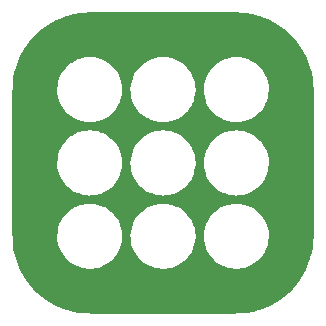
<source format=gbr>
%TF.GenerationSoftware,KiCad,Pcbnew,(6.0.10)*%
%TF.CreationDate,2023-01-10T11:00:29+01:00*%
%TF.ProjectId,Dice,44696365-2e6b-4696-9361-645f70636258,rev?*%
%TF.SameCoordinates,Original*%
%TF.FileFunction,Copper,L1,Top*%
%TF.FilePolarity,Positive*%
%FSLAX46Y46*%
G04 Gerber Fmt 4.6, Leading zero omitted, Abs format (unit mm)*
G04 Created by KiCad (PCBNEW (6.0.10)) date 2023-01-10 11:00:29*
%MOMM*%
%LPD*%
G01*
G04 APERTURE LIST*
%TA.AperFunction,ViaPad*%
%ADD10C,0.800000*%
%TD*%
G04 APERTURE END LIST*
D10*
%TO.N,/TP*%
X149300000Y-91000000D03*
X149300000Y-97200000D03*
%TD*%
%TA.AperFunction,Conductor*%
%TO.N,/TP*%
G36*
X163983530Y-81356210D02*
G01*
X164000000Y-81359486D01*
X164008596Y-81357776D01*
X164008598Y-81357776D01*
X164010850Y-81357328D01*
X164031541Y-81355680D01*
X164485826Y-81372679D01*
X164492463Y-81373177D01*
X164726171Y-81399509D01*
X164972255Y-81427236D01*
X164978822Y-81428226D01*
X165216034Y-81473109D01*
X165453238Y-81517990D01*
X165459727Y-81519471D01*
X165606852Y-81558893D01*
X165926109Y-81644438D01*
X165932439Y-81646389D01*
X166230792Y-81750788D01*
X166388204Y-81805869D01*
X166394399Y-81808301D01*
X166836933Y-82001376D01*
X166842930Y-82004264D01*
X167269807Y-82229876D01*
X167275560Y-82233197D01*
X167684417Y-82490098D01*
X167689881Y-82493824D01*
X167786544Y-82565165D01*
X168078364Y-82780538D01*
X168083568Y-82784687D01*
X168449546Y-83099636D01*
X168454425Y-83104163D01*
X168795837Y-83445575D01*
X168800364Y-83450454D01*
X169115313Y-83816432D01*
X169119460Y-83821633D01*
X169312814Y-84083618D01*
X169406170Y-84210111D01*
X169409902Y-84215583D01*
X169666803Y-84624440D01*
X169670124Y-84630193D01*
X169895736Y-85057070D01*
X169898624Y-85063067D01*
X170091699Y-85505601D01*
X170094131Y-85511796D01*
X170253611Y-85967561D01*
X170255562Y-85973891D01*
X170277201Y-86054647D01*
X170380529Y-86440273D01*
X170382010Y-86446762D01*
X170467162Y-86896799D01*
X170471773Y-86921171D01*
X170472765Y-86927752D01*
X170526823Y-87407537D01*
X170527321Y-87414174D01*
X170544320Y-87868459D01*
X170542672Y-87889150D01*
X170540514Y-87900000D01*
X170542224Y-87908597D01*
X170543790Y-87916470D01*
X170545500Y-87933833D01*
X170545500Y-100266167D01*
X170543790Y-100283530D01*
X170540514Y-100300000D01*
X170542224Y-100308596D01*
X170542224Y-100308598D01*
X170542672Y-100310850D01*
X170544320Y-100331541D01*
X170527321Y-100785826D01*
X170526823Y-100792463D01*
X170472765Y-101272248D01*
X170471773Y-101278829D01*
X170382010Y-101753238D01*
X170380529Y-101759727D01*
X170359931Y-101836602D01*
X170255562Y-102226109D01*
X170253611Y-102232439D01*
X170197399Y-102393082D01*
X170094131Y-102688204D01*
X170091699Y-102694399D01*
X169898624Y-103136933D01*
X169895736Y-103142930D01*
X169670124Y-103569807D01*
X169666803Y-103575560D01*
X169409902Y-103984417D01*
X169406176Y-103989881D01*
X169119462Y-104378364D01*
X169115313Y-104383568D01*
X168800364Y-104749546D01*
X168795837Y-104754425D01*
X168454425Y-105095837D01*
X168449546Y-105100364D01*
X168083568Y-105415313D01*
X168078367Y-105419460D01*
X167689881Y-105706176D01*
X167684417Y-105709902D01*
X167275560Y-105966803D01*
X167269807Y-105970124D01*
X166842930Y-106195736D01*
X166836933Y-106198624D01*
X166394399Y-106391699D01*
X166388204Y-106394131D01*
X166230792Y-106449212D01*
X165932439Y-106553611D01*
X165926109Y-106555562D01*
X165606852Y-106641107D01*
X165459727Y-106680529D01*
X165453238Y-106682010D01*
X165246695Y-106721090D01*
X164978822Y-106771774D01*
X164972255Y-106772764D01*
X164726171Y-106800491D01*
X164492463Y-106826823D01*
X164485826Y-106827321D01*
X164031541Y-106844320D01*
X164010850Y-106842672D01*
X164008598Y-106842224D01*
X164008596Y-106842224D01*
X164000000Y-106840514D01*
X163991403Y-106842224D01*
X163983530Y-106843790D01*
X163966167Y-106845500D01*
X151633833Y-106845500D01*
X151616470Y-106843790D01*
X151608597Y-106842224D01*
X151600000Y-106840514D01*
X151591404Y-106842224D01*
X151591402Y-106842224D01*
X151589150Y-106842672D01*
X151568459Y-106844320D01*
X151114174Y-106827321D01*
X151107537Y-106826823D01*
X150873829Y-106800491D01*
X150627745Y-106772764D01*
X150621178Y-106771774D01*
X150353305Y-106721090D01*
X150146762Y-106682010D01*
X150140273Y-106680529D01*
X149993148Y-106641107D01*
X149673891Y-106555562D01*
X149667561Y-106553611D01*
X149369208Y-106449212D01*
X149211796Y-106394131D01*
X149205601Y-106391699D01*
X148763067Y-106198624D01*
X148757070Y-106195736D01*
X148330193Y-105970124D01*
X148324440Y-105966803D01*
X147915583Y-105709902D01*
X147910119Y-105706176D01*
X147521633Y-105419460D01*
X147516432Y-105415313D01*
X147150454Y-105100364D01*
X147145575Y-105095837D01*
X146804163Y-104754425D01*
X146799636Y-104749546D01*
X146484687Y-104383568D01*
X146480538Y-104378364D01*
X146193824Y-103989881D01*
X146190098Y-103984417D01*
X145933197Y-103575560D01*
X145929876Y-103569807D01*
X145704264Y-103142930D01*
X145701376Y-103136933D01*
X145508301Y-102694399D01*
X145505869Y-102688204D01*
X145402601Y-102393082D01*
X145346389Y-102232439D01*
X145344438Y-102226109D01*
X145240069Y-101836602D01*
X145219471Y-101759727D01*
X145217990Y-101753238D01*
X145128227Y-101278829D01*
X145127235Y-101272248D01*
X145073177Y-100792463D01*
X145072679Y-100785826D01*
X145055680Y-100331541D01*
X145057328Y-100310850D01*
X145057776Y-100308598D01*
X145057776Y-100308596D01*
X145059486Y-100300000D01*
X145056210Y-100283530D01*
X145054991Y-100271150D01*
X148845125Y-100271150D01*
X148845258Y-100273822D01*
X148845258Y-100273823D01*
X148848243Y-100333786D01*
X148861612Y-100602321D01*
X148917765Y-100929113D01*
X149012771Y-101246791D01*
X149013845Y-101249255D01*
X149013846Y-101249258D01*
X149047988Y-101327591D01*
X149145254Y-101550756D01*
X149313295Y-101836602D01*
X149514459Y-102100191D01*
X149745833Y-102337703D01*
X149747916Y-102339381D01*
X149747924Y-102339388D01*
X150001969Y-102544010D01*
X150004065Y-102545698D01*
X150006346Y-102547120D01*
X150006348Y-102547122D01*
X150232565Y-102688204D01*
X150285415Y-102721164D01*
X150287842Y-102722298D01*
X150287847Y-102722301D01*
X150559443Y-102849236D01*
X150585807Y-102861558D01*
X150900890Y-102964848D01*
X150903509Y-102965369D01*
X150903513Y-102965370D01*
X151000889Y-102984739D01*
X151226100Y-103029536D01*
X151228756Y-103029738D01*
X151228763Y-103029739D01*
X151449903Y-103046560D01*
X151556726Y-103054686D01*
X151559399Y-103054567D01*
X151559400Y-103054567D01*
X151722353Y-103047310D01*
X151887979Y-103039934D01*
X151953585Y-103029014D01*
X152212419Y-102985932D01*
X152212426Y-102985930D01*
X152215060Y-102985492D01*
X152327832Y-102952408D01*
X152530653Y-102892908D01*
X152530659Y-102892906D01*
X152533232Y-102892151D01*
X152535702Y-102891090D01*
X152535707Y-102891088D01*
X152835424Y-102762319D01*
X152835427Y-102762317D01*
X152837886Y-102761261D01*
X153124608Y-102594720D01*
X153389246Y-102394938D01*
X153627967Y-102164811D01*
X153679014Y-102102110D01*
X153835617Y-101909752D01*
X153835618Y-101909750D01*
X153837311Y-101907671D01*
X153883610Y-101834292D01*
X154012820Y-101629508D01*
X154012823Y-101629502D01*
X154014248Y-101627244D01*
X154156213Y-101327591D01*
X154163884Y-101304600D01*
X154260300Y-101015604D01*
X154260300Y-101015603D01*
X154261151Y-101013053D01*
X154327541Y-100688187D01*
X154354422Y-100357697D01*
X154355026Y-100300000D01*
X154353287Y-100271150D01*
X155045125Y-100271150D01*
X155045258Y-100273822D01*
X155045258Y-100273823D01*
X155048243Y-100333786D01*
X155061612Y-100602321D01*
X155117765Y-100929113D01*
X155212771Y-101246791D01*
X155213845Y-101249255D01*
X155213846Y-101249258D01*
X155247988Y-101327591D01*
X155345254Y-101550756D01*
X155513295Y-101836602D01*
X155714459Y-102100191D01*
X155945833Y-102337703D01*
X155947916Y-102339381D01*
X155947924Y-102339388D01*
X156201969Y-102544010D01*
X156204065Y-102545698D01*
X156206346Y-102547120D01*
X156206348Y-102547122D01*
X156432565Y-102688204D01*
X156485415Y-102721164D01*
X156487842Y-102722298D01*
X156487847Y-102722301D01*
X156759443Y-102849236D01*
X156785807Y-102861558D01*
X157100890Y-102964848D01*
X157103509Y-102965369D01*
X157103513Y-102965370D01*
X157200889Y-102984739D01*
X157426100Y-103029536D01*
X157428756Y-103029738D01*
X157428763Y-103029739D01*
X157649903Y-103046560D01*
X157756726Y-103054686D01*
X157759399Y-103054567D01*
X157759400Y-103054567D01*
X157922353Y-103047310D01*
X158087979Y-103039934D01*
X158153585Y-103029014D01*
X158412419Y-102985932D01*
X158412426Y-102985930D01*
X158415060Y-102985492D01*
X158527832Y-102952408D01*
X158730653Y-102892908D01*
X158730659Y-102892906D01*
X158733232Y-102892151D01*
X158735702Y-102891090D01*
X158735707Y-102891088D01*
X159035424Y-102762319D01*
X159035427Y-102762317D01*
X159037886Y-102761261D01*
X159324608Y-102594720D01*
X159589246Y-102394938D01*
X159827967Y-102164811D01*
X159879014Y-102102110D01*
X160035617Y-101909752D01*
X160035618Y-101909750D01*
X160037311Y-101907671D01*
X160083610Y-101834292D01*
X160212820Y-101629508D01*
X160212823Y-101629502D01*
X160214248Y-101627244D01*
X160356213Y-101327591D01*
X160363884Y-101304600D01*
X160460300Y-101015604D01*
X160460300Y-101015603D01*
X160461151Y-101013053D01*
X160527541Y-100688187D01*
X160554422Y-100357697D01*
X160555026Y-100300000D01*
X160553287Y-100271150D01*
X161245125Y-100271150D01*
X161245258Y-100273822D01*
X161245258Y-100273823D01*
X161248243Y-100333786D01*
X161261612Y-100602321D01*
X161317765Y-100929113D01*
X161412771Y-101246791D01*
X161413845Y-101249255D01*
X161413846Y-101249258D01*
X161447988Y-101327591D01*
X161545254Y-101550756D01*
X161713295Y-101836602D01*
X161914459Y-102100191D01*
X162145833Y-102337703D01*
X162147916Y-102339381D01*
X162147924Y-102339388D01*
X162401969Y-102544010D01*
X162404065Y-102545698D01*
X162406346Y-102547120D01*
X162406348Y-102547122D01*
X162632565Y-102688204D01*
X162685415Y-102721164D01*
X162687842Y-102722298D01*
X162687847Y-102722301D01*
X162959443Y-102849236D01*
X162985807Y-102861558D01*
X163300890Y-102964848D01*
X163303509Y-102965369D01*
X163303513Y-102965370D01*
X163400889Y-102984739D01*
X163626100Y-103029536D01*
X163628756Y-103029738D01*
X163628763Y-103029739D01*
X163849903Y-103046560D01*
X163956726Y-103054686D01*
X163959399Y-103054567D01*
X163959400Y-103054567D01*
X164122353Y-103047310D01*
X164287979Y-103039934D01*
X164353585Y-103029014D01*
X164612419Y-102985932D01*
X164612426Y-102985930D01*
X164615060Y-102985492D01*
X164727832Y-102952408D01*
X164930653Y-102892908D01*
X164930659Y-102892906D01*
X164933232Y-102892151D01*
X164935702Y-102891090D01*
X164935707Y-102891088D01*
X165235424Y-102762319D01*
X165235427Y-102762317D01*
X165237886Y-102761261D01*
X165524608Y-102594720D01*
X165789246Y-102394938D01*
X166027967Y-102164811D01*
X166079014Y-102102110D01*
X166235617Y-101909752D01*
X166235618Y-101909750D01*
X166237311Y-101907671D01*
X166283610Y-101834292D01*
X166412820Y-101629508D01*
X166412823Y-101629502D01*
X166414248Y-101627244D01*
X166556213Y-101327591D01*
X166563884Y-101304600D01*
X166660300Y-101015604D01*
X166660300Y-101015603D01*
X166661151Y-101013053D01*
X166727541Y-100688187D01*
X166754422Y-100357697D01*
X166755026Y-100300000D01*
X166735072Y-99969020D01*
X166675500Y-99642834D01*
X166577173Y-99326168D01*
X166441514Y-99023607D01*
X166440131Y-99021311D01*
X166440128Y-99021304D01*
X166271865Y-98741821D01*
X166271862Y-98741817D01*
X166270489Y-98739536D01*
X166066575Y-98478069D01*
X166043276Y-98454647D01*
X165834628Y-98244903D01*
X165832727Y-98242992D01*
X165572331Y-98037713D01*
X165289159Y-97865203D01*
X165286730Y-97864099D01*
X165286727Y-97864097D01*
X165138236Y-97796582D01*
X164987313Y-97727962D01*
X164671166Y-97627977D01*
X164345296Y-97566698D01*
X164014425Y-97545012D01*
X164011753Y-97545159D01*
X164011748Y-97545159D01*
X163686011Y-97563085D01*
X163686006Y-97563086D01*
X163683345Y-97563232D01*
X163680712Y-97563699D01*
X163680709Y-97563699D01*
X163359491Y-97620628D01*
X163359486Y-97620629D01*
X163356852Y-97621096D01*
X163187878Y-97672595D01*
X163042243Y-97716981D01*
X163042238Y-97716983D01*
X163039675Y-97717764D01*
X162736409Y-97851836D01*
X162451446Y-98021372D01*
X162449339Y-98022998D01*
X162449331Y-98023003D01*
X162191037Y-98222275D01*
X162188914Y-98223913D01*
X161952617Y-98456528D01*
X161745976Y-98715846D01*
X161571986Y-98998110D01*
X161433166Y-99299233D01*
X161432347Y-99301776D01*
X161432344Y-99301784D01*
X161332350Y-99612299D01*
X161331528Y-99614853D01*
X161268544Y-99940397D01*
X161245125Y-100271150D01*
X160553287Y-100271150D01*
X160535072Y-99969020D01*
X160475500Y-99642834D01*
X160377173Y-99326168D01*
X160241514Y-99023607D01*
X160240131Y-99021311D01*
X160240128Y-99021304D01*
X160071865Y-98741821D01*
X160071862Y-98741817D01*
X160070489Y-98739536D01*
X159866575Y-98478069D01*
X159843276Y-98454647D01*
X159634628Y-98244903D01*
X159632727Y-98242992D01*
X159372331Y-98037713D01*
X159089159Y-97865203D01*
X159086730Y-97864099D01*
X159086727Y-97864097D01*
X158938236Y-97796582D01*
X158787313Y-97727962D01*
X158471166Y-97627977D01*
X158145296Y-97566698D01*
X157814425Y-97545012D01*
X157811753Y-97545159D01*
X157811748Y-97545159D01*
X157486011Y-97563085D01*
X157486006Y-97563086D01*
X157483345Y-97563232D01*
X157480712Y-97563699D01*
X157480709Y-97563699D01*
X157159491Y-97620628D01*
X157159486Y-97620629D01*
X157156852Y-97621096D01*
X156987878Y-97672595D01*
X156842243Y-97716981D01*
X156842238Y-97716983D01*
X156839675Y-97717764D01*
X156536409Y-97851836D01*
X156251446Y-98021372D01*
X156249339Y-98022998D01*
X156249331Y-98023003D01*
X155991037Y-98222275D01*
X155988914Y-98223913D01*
X155752617Y-98456528D01*
X155545976Y-98715846D01*
X155371986Y-98998110D01*
X155233166Y-99299233D01*
X155232347Y-99301776D01*
X155232344Y-99301784D01*
X155132350Y-99612299D01*
X155131528Y-99614853D01*
X155068544Y-99940397D01*
X155045125Y-100271150D01*
X154353287Y-100271150D01*
X154335072Y-99969020D01*
X154275500Y-99642834D01*
X154177173Y-99326168D01*
X154041514Y-99023607D01*
X154040131Y-99021311D01*
X154040128Y-99021304D01*
X153871865Y-98741821D01*
X153871862Y-98741817D01*
X153870489Y-98739536D01*
X153666575Y-98478069D01*
X153643276Y-98454647D01*
X153434628Y-98244903D01*
X153432727Y-98242992D01*
X153172331Y-98037713D01*
X152889159Y-97865203D01*
X152886730Y-97864099D01*
X152886727Y-97864097D01*
X152738236Y-97796582D01*
X152587313Y-97727962D01*
X152271166Y-97627977D01*
X151945296Y-97566698D01*
X151614425Y-97545012D01*
X151611753Y-97545159D01*
X151611748Y-97545159D01*
X151286011Y-97563085D01*
X151286006Y-97563086D01*
X151283345Y-97563232D01*
X151280712Y-97563699D01*
X151280709Y-97563699D01*
X150959491Y-97620628D01*
X150959486Y-97620629D01*
X150956852Y-97621096D01*
X150787878Y-97672595D01*
X150642243Y-97716981D01*
X150642238Y-97716983D01*
X150639675Y-97717764D01*
X150336409Y-97851836D01*
X150051446Y-98021372D01*
X150049339Y-98022998D01*
X150049331Y-98023003D01*
X149791037Y-98222275D01*
X149788914Y-98223913D01*
X149552617Y-98456528D01*
X149345976Y-98715846D01*
X149171986Y-98998110D01*
X149033166Y-99299233D01*
X149032347Y-99301776D01*
X149032344Y-99301784D01*
X148932350Y-99612299D01*
X148931528Y-99614853D01*
X148868544Y-99940397D01*
X148845125Y-100271150D01*
X145054991Y-100271150D01*
X145054500Y-100266167D01*
X145054500Y-94071150D01*
X148845125Y-94071150D01*
X148861612Y-94402321D01*
X148917765Y-94729113D01*
X149012771Y-95046791D01*
X149013845Y-95049255D01*
X149013846Y-95049258D01*
X149047988Y-95127591D01*
X149145254Y-95350756D01*
X149313295Y-95636602D01*
X149514459Y-95900191D01*
X149745833Y-96137703D01*
X149747916Y-96139381D01*
X149747924Y-96139388D01*
X150001969Y-96344010D01*
X150004065Y-96345698D01*
X150006346Y-96347120D01*
X150006348Y-96347122D01*
X150283133Y-96519741D01*
X150285415Y-96521164D01*
X150287842Y-96522298D01*
X150287847Y-96522301D01*
X150559443Y-96649236D01*
X150585807Y-96661558D01*
X150900890Y-96764848D01*
X150903509Y-96765369D01*
X150903513Y-96765370D01*
X151000889Y-96784739D01*
X151226100Y-96829536D01*
X151228756Y-96829738D01*
X151228763Y-96829739D01*
X151449903Y-96846560D01*
X151556726Y-96854686D01*
X151559399Y-96854567D01*
X151559400Y-96854567D01*
X151722352Y-96847310D01*
X151887979Y-96839934D01*
X151953585Y-96829014D01*
X152212419Y-96785932D01*
X152212426Y-96785930D01*
X152215060Y-96785492D01*
X152327832Y-96752408D01*
X152530653Y-96692908D01*
X152530659Y-96692906D01*
X152533232Y-96692151D01*
X152535702Y-96691090D01*
X152535707Y-96691088D01*
X152835424Y-96562319D01*
X152835427Y-96562317D01*
X152837886Y-96561261D01*
X153124608Y-96394720D01*
X153389246Y-96194938D01*
X153627967Y-95964811D01*
X153679014Y-95902110D01*
X153835617Y-95709752D01*
X153835618Y-95709750D01*
X153837311Y-95707671D01*
X154014248Y-95427244D01*
X154156213Y-95127591D01*
X154184031Y-95044212D01*
X154260300Y-94815604D01*
X154260300Y-94815603D01*
X154261151Y-94813053D01*
X154327541Y-94488187D01*
X154354422Y-94157697D01*
X154355026Y-94100000D01*
X154353287Y-94071150D01*
X155045125Y-94071150D01*
X155061612Y-94402321D01*
X155117765Y-94729113D01*
X155212771Y-95046791D01*
X155213845Y-95049255D01*
X155213846Y-95049258D01*
X155247988Y-95127591D01*
X155345254Y-95350756D01*
X155513295Y-95636602D01*
X155714459Y-95900191D01*
X155945833Y-96137703D01*
X155947916Y-96139381D01*
X155947924Y-96139388D01*
X156201969Y-96344010D01*
X156204065Y-96345698D01*
X156206346Y-96347120D01*
X156206348Y-96347122D01*
X156483133Y-96519741D01*
X156485415Y-96521164D01*
X156487842Y-96522298D01*
X156487847Y-96522301D01*
X156759443Y-96649236D01*
X156785807Y-96661558D01*
X157100890Y-96764848D01*
X157103509Y-96765369D01*
X157103513Y-96765370D01*
X157200889Y-96784739D01*
X157426100Y-96829536D01*
X157428756Y-96829738D01*
X157428763Y-96829739D01*
X157649903Y-96846560D01*
X157756726Y-96854686D01*
X157759399Y-96854567D01*
X157759400Y-96854567D01*
X157922352Y-96847310D01*
X158087979Y-96839934D01*
X158153585Y-96829014D01*
X158412419Y-96785932D01*
X158412426Y-96785930D01*
X158415060Y-96785492D01*
X158527832Y-96752408D01*
X158730653Y-96692908D01*
X158730659Y-96692906D01*
X158733232Y-96692151D01*
X158735702Y-96691090D01*
X158735707Y-96691088D01*
X159035424Y-96562319D01*
X159035427Y-96562317D01*
X159037886Y-96561261D01*
X159324608Y-96394720D01*
X159589246Y-96194938D01*
X159827967Y-95964811D01*
X159879014Y-95902110D01*
X160035617Y-95709752D01*
X160035618Y-95709750D01*
X160037311Y-95707671D01*
X160214248Y-95427244D01*
X160356213Y-95127591D01*
X160384031Y-95044212D01*
X160460300Y-94815604D01*
X160460300Y-94815603D01*
X160461151Y-94813053D01*
X160527541Y-94488187D01*
X160554422Y-94157697D01*
X160555026Y-94100000D01*
X160553287Y-94071150D01*
X161245125Y-94071150D01*
X161261612Y-94402321D01*
X161317765Y-94729113D01*
X161412771Y-95046791D01*
X161413845Y-95049255D01*
X161413846Y-95049258D01*
X161447988Y-95127591D01*
X161545254Y-95350756D01*
X161713295Y-95636602D01*
X161914459Y-95900191D01*
X162145833Y-96137703D01*
X162147916Y-96139381D01*
X162147924Y-96139388D01*
X162401969Y-96344010D01*
X162404065Y-96345698D01*
X162406346Y-96347120D01*
X162406348Y-96347122D01*
X162683133Y-96519741D01*
X162685415Y-96521164D01*
X162687842Y-96522298D01*
X162687847Y-96522301D01*
X162959443Y-96649236D01*
X162985807Y-96661558D01*
X163300890Y-96764848D01*
X163303509Y-96765369D01*
X163303513Y-96765370D01*
X163400889Y-96784739D01*
X163626100Y-96829536D01*
X163628756Y-96829738D01*
X163628763Y-96829739D01*
X163849903Y-96846560D01*
X163956726Y-96854686D01*
X163959399Y-96854567D01*
X163959400Y-96854567D01*
X164122352Y-96847310D01*
X164287979Y-96839934D01*
X164353585Y-96829014D01*
X164612419Y-96785932D01*
X164612426Y-96785930D01*
X164615060Y-96785492D01*
X164727832Y-96752408D01*
X164930653Y-96692908D01*
X164930659Y-96692906D01*
X164933232Y-96692151D01*
X164935702Y-96691090D01*
X164935707Y-96691088D01*
X165235424Y-96562319D01*
X165235427Y-96562317D01*
X165237886Y-96561261D01*
X165524608Y-96394720D01*
X165789246Y-96194938D01*
X166027967Y-95964811D01*
X166079014Y-95902110D01*
X166235617Y-95709752D01*
X166235618Y-95709750D01*
X166237311Y-95707671D01*
X166414248Y-95427244D01*
X166556213Y-95127591D01*
X166584031Y-95044212D01*
X166660300Y-94815604D01*
X166660300Y-94815603D01*
X166661151Y-94813053D01*
X166727541Y-94488187D01*
X166754422Y-94157697D01*
X166755026Y-94100000D01*
X166735072Y-93769020D01*
X166675500Y-93442834D01*
X166577173Y-93126168D01*
X166441514Y-92823607D01*
X166440131Y-92821311D01*
X166440128Y-92821304D01*
X166271865Y-92541821D01*
X166271862Y-92541817D01*
X166270489Y-92539536D01*
X166066575Y-92278069D01*
X166043276Y-92254647D01*
X165834628Y-92044903D01*
X165832727Y-92042992D01*
X165572331Y-91837713D01*
X165289159Y-91665203D01*
X165286730Y-91664099D01*
X165286727Y-91664097D01*
X165138236Y-91596582D01*
X164987313Y-91527962D01*
X164671166Y-91427977D01*
X164345296Y-91366698D01*
X164014425Y-91345012D01*
X164011753Y-91345159D01*
X164011748Y-91345159D01*
X163686011Y-91363085D01*
X163686006Y-91363086D01*
X163683345Y-91363232D01*
X163680712Y-91363699D01*
X163680709Y-91363699D01*
X163359491Y-91420628D01*
X163359486Y-91420629D01*
X163356852Y-91421096D01*
X163187878Y-91472595D01*
X163042243Y-91516981D01*
X163042238Y-91516983D01*
X163039675Y-91517764D01*
X162736409Y-91651836D01*
X162451446Y-91821372D01*
X162449339Y-91822998D01*
X162449331Y-91823003D01*
X162191037Y-92022275D01*
X162188914Y-92023913D01*
X161952617Y-92256528D01*
X161745976Y-92515846D01*
X161571986Y-92798110D01*
X161433166Y-93099233D01*
X161432347Y-93101776D01*
X161432344Y-93101784D01*
X161332350Y-93412299D01*
X161331528Y-93414853D01*
X161268544Y-93740397D01*
X161245125Y-94071150D01*
X160553287Y-94071150D01*
X160535072Y-93769020D01*
X160475500Y-93442834D01*
X160377173Y-93126168D01*
X160241514Y-92823607D01*
X160240131Y-92821311D01*
X160240128Y-92821304D01*
X160071865Y-92541821D01*
X160071862Y-92541817D01*
X160070489Y-92539536D01*
X159866575Y-92278069D01*
X159843276Y-92254647D01*
X159634628Y-92044903D01*
X159632727Y-92042992D01*
X159372331Y-91837713D01*
X159089159Y-91665203D01*
X159086730Y-91664099D01*
X159086727Y-91664097D01*
X158938236Y-91596582D01*
X158787313Y-91527962D01*
X158471166Y-91427977D01*
X158145296Y-91366698D01*
X157814425Y-91345012D01*
X157811753Y-91345159D01*
X157811748Y-91345159D01*
X157486011Y-91363085D01*
X157486006Y-91363086D01*
X157483345Y-91363232D01*
X157480712Y-91363699D01*
X157480709Y-91363699D01*
X157159491Y-91420628D01*
X157159486Y-91420629D01*
X157156852Y-91421096D01*
X156987878Y-91472595D01*
X156842243Y-91516981D01*
X156842238Y-91516983D01*
X156839675Y-91517764D01*
X156536409Y-91651836D01*
X156251446Y-91821372D01*
X156249339Y-91822998D01*
X156249331Y-91823003D01*
X155991037Y-92022275D01*
X155988914Y-92023913D01*
X155752617Y-92256528D01*
X155545976Y-92515846D01*
X155371986Y-92798110D01*
X155233166Y-93099233D01*
X155232347Y-93101776D01*
X155232344Y-93101784D01*
X155132350Y-93412299D01*
X155131528Y-93414853D01*
X155068544Y-93740397D01*
X155045125Y-94071150D01*
X154353287Y-94071150D01*
X154335072Y-93769020D01*
X154275500Y-93442834D01*
X154177173Y-93126168D01*
X154041514Y-92823607D01*
X154040131Y-92821311D01*
X154040128Y-92821304D01*
X153871865Y-92541821D01*
X153871862Y-92541817D01*
X153870489Y-92539536D01*
X153666575Y-92278069D01*
X153643276Y-92254647D01*
X153434628Y-92044903D01*
X153432727Y-92042992D01*
X153172331Y-91837713D01*
X152889159Y-91665203D01*
X152886730Y-91664099D01*
X152886727Y-91664097D01*
X152738236Y-91596582D01*
X152587313Y-91527962D01*
X152271166Y-91427977D01*
X151945296Y-91366698D01*
X151614425Y-91345012D01*
X151611753Y-91345159D01*
X151611748Y-91345159D01*
X151286011Y-91363085D01*
X151286006Y-91363086D01*
X151283345Y-91363232D01*
X151280712Y-91363699D01*
X151280709Y-91363699D01*
X150959491Y-91420628D01*
X150959486Y-91420629D01*
X150956852Y-91421096D01*
X150787878Y-91472595D01*
X150642243Y-91516981D01*
X150642238Y-91516983D01*
X150639675Y-91517764D01*
X150336409Y-91651836D01*
X150051446Y-91821372D01*
X150049339Y-91822998D01*
X150049331Y-91823003D01*
X149791037Y-92022275D01*
X149788914Y-92023913D01*
X149552617Y-92256528D01*
X149345976Y-92515846D01*
X149171986Y-92798110D01*
X149033166Y-93099233D01*
X149032347Y-93101776D01*
X149032344Y-93101784D01*
X148932350Y-93412299D01*
X148931528Y-93414853D01*
X148868544Y-93740397D01*
X148845125Y-94071150D01*
X145054500Y-94071150D01*
X145054500Y-87933833D01*
X145056210Y-87916470D01*
X145057776Y-87908597D01*
X145059486Y-87900000D01*
X145057328Y-87889150D01*
X145055894Y-87871150D01*
X148845125Y-87871150D01*
X148861612Y-88202321D01*
X148917765Y-88529113D01*
X149012771Y-88846791D01*
X149013845Y-88849255D01*
X149013846Y-88849258D01*
X149047988Y-88927591D01*
X149145254Y-89150756D01*
X149313295Y-89436602D01*
X149514459Y-89700191D01*
X149745833Y-89937703D01*
X149747916Y-89939381D01*
X149747924Y-89939388D01*
X150001969Y-90144010D01*
X150004065Y-90145698D01*
X150006346Y-90147120D01*
X150006348Y-90147122D01*
X150283133Y-90319741D01*
X150285415Y-90321164D01*
X150287842Y-90322298D01*
X150287847Y-90322301D01*
X150559443Y-90449236D01*
X150585807Y-90461558D01*
X150900890Y-90564848D01*
X150903509Y-90565369D01*
X150903513Y-90565370D01*
X151000889Y-90584739D01*
X151226100Y-90629536D01*
X151228756Y-90629738D01*
X151228763Y-90629739D01*
X151449903Y-90646560D01*
X151556726Y-90654686D01*
X151559399Y-90654567D01*
X151559400Y-90654567D01*
X151722352Y-90647310D01*
X151887979Y-90639934D01*
X151953585Y-90629014D01*
X152212419Y-90585932D01*
X152212426Y-90585930D01*
X152215060Y-90585492D01*
X152327832Y-90552408D01*
X152530653Y-90492908D01*
X152530659Y-90492906D01*
X152533232Y-90492151D01*
X152535702Y-90491090D01*
X152535707Y-90491088D01*
X152835424Y-90362319D01*
X152835427Y-90362317D01*
X152837886Y-90361261D01*
X153124608Y-90194720D01*
X153389246Y-89994938D01*
X153627967Y-89764811D01*
X153679014Y-89702110D01*
X153835617Y-89509752D01*
X153835618Y-89509750D01*
X153837311Y-89507671D01*
X154014248Y-89227244D01*
X154156213Y-88927591D01*
X154184031Y-88844212D01*
X154260300Y-88615604D01*
X154260300Y-88615603D01*
X154261151Y-88613053D01*
X154327541Y-88288187D01*
X154354422Y-87957697D01*
X154355026Y-87900000D01*
X154353287Y-87871150D01*
X155045125Y-87871150D01*
X155061612Y-88202321D01*
X155117765Y-88529113D01*
X155212771Y-88846791D01*
X155213845Y-88849255D01*
X155213846Y-88849258D01*
X155247988Y-88927591D01*
X155345254Y-89150756D01*
X155513295Y-89436602D01*
X155714459Y-89700191D01*
X155945833Y-89937703D01*
X155947916Y-89939381D01*
X155947924Y-89939388D01*
X156201969Y-90144010D01*
X156204065Y-90145698D01*
X156206346Y-90147120D01*
X156206348Y-90147122D01*
X156483133Y-90319741D01*
X156485415Y-90321164D01*
X156487842Y-90322298D01*
X156487847Y-90322301D01*
X156759443Y-90449236D01*
X156785807Y-90461558D01*
X157100890Y-90564848D01*
X157103509Y-90565369D01*
X157103513Y-90565370D01*
X157200889Y-90584739D01*
X157426100Y-90629536D01*
X157428756Y-90629738D01*
X157428763Y-90629739D01*
X157649903Y-90646560D01*
X157756726Y-90654686D01*
X157759399Y-90654567D01*
X157759400Y-90654567D01*
X157922352Y-90647310D01*
X158087979Y-90639934D01*
X158153585Y-90629014D01*
X158412419Y-90585932D01*
X158412426Y-90585930D01*
X158415060Y-90585492D01*
X158527832Y-90552408D01*
X158730653Y-90492908D01*
X158730659Y-90492906D01*
X158733232Y-90492151D01*
X158735702Y-90491090D01*
X158735707Y-90491088D01*
X159035424Y-90362319D01*
X159035427Y-90362317D01*
X159037886Y-90361261D01*
X159324608Y-90194720D01*
X159589246Y-89994938D01*
X159827967Y-89764811D01*
X159879014Y-89702110D01*
X160035617Y-89509752D01*
X160035618Y-89509750D01*
X160037311Y-89507671D01*
X160214248Y-89227244D01*
X160356213Y-88927591D01*
X160384031Y-88844212D01*
X160460300Y-88615604D01*
X160460300Y-88615603D01*
X160461151Y-88613053D01*
X160527541Y-88288187D01*
X160554422Y-87957697D01*
X160555026Y-87900000D01*
X160553287Y-87871150D01*
X161245125Y-87871150D01*
X161261612Y-88202321D01*
X161317765Y-88529113D01*
X161412771Y-88846791D01*
X161413845Y-88849255D01*
X161413846Y-88849258D01*
X161447988Y-88927591D01*
X161545254Y-89150756D01*
X161713295Y-89436602D01*
X161914459Y-89700191D01*
X162145833Y-89937703D01*
X162147916Y-89939381D01*
X162147924Y-89939388D01*
X162401969Y-90144010D01*
X162404065Y-90145698D01*
X162406346Y-90147120D01*
X162406348Y-90147122D01*
X162683133Y-90319741D01*
X162685415Y-90321164D01*
X162687842Y-90322298D01*
X162687847Y-90322301D01*
X162959443Y-90449236D01*
X162985807Y-90461558D01*
X163300890Y-90564848D01*
X163303509Y-90565369D01*
X163303513Y-90565370D01*
X163400889Y-90584739D01*
X163626100Y-90629536D01*
X163628756Y-90629738D01*
X163628763Y-90629739D01*
X163849903Y-90646560D01*
X163956726Y-90654686D01*
X163959399Y-90654567D01*
X163959400Y-90654567D01*
X164122352Y-90647310D01*
X164287979Y-90639934D01*
X164353585Y-90629014D01*
X164612419Y-90585932D01*
X164612426Y-90585930D01*
X164615060Y-90585492D01*
X164727832Y-90552408D01*
X164930653Y-90492908D01*
X164930659Y-90492906D01*
X164933232Y-90492151D01*
X164935702Y-90491090D01*
X164935707Y-90491088D01*
X165235424Y-90362319D01*
X165235427Y-90362317D01*
X165237886Y-90361261D01*
X165524608Y-90194720D01*
X165789246Y-89994938D01*
X166027967Y-89764811D01*
X166079014Y-89702110D01*
X166235617Y-89509752D01*
X166235618Y-89509750D01*
X166237311Y-89507671D01*
X166414248Y-89227244D01*
X166556213Y-88927591D01*
X166584031Y-88844212D01*
X166660300Y-88615604D01*
X166660300Y-88615603D01*
X166661151Y-88613053D01*
X166727541Y-88288187D01*
X166754422Y-87957697D01*
X166755026Y-87900000D01*
X166735072Y-87569020D01*
X166675500Y-87242834D01*
X166577173Y-86926168D01*
X166574933Y-86921171D01*
X166442613Y-86626059D01*
X166441514Y-86623607D01*
X166440131Y-86621311D01*
X166440128Y-86621304D01*
X166271865Y-86341821D01*
X166271862Y-86341817D01*
X166270489Y-86339536D01*
X166066575Y-86078069D01*
X166043276Y-86054647D01*
X165834628Y-85844903D01*
X165832727Y-85842992D01*
X165572331Y-85637713D01*
X165289159Y-85465203D01*
X165286730Y-85464099D01*
X165286727Y-85464097D01*
X165138236Y-85396582D01*
X164987313Y-85327962D01*
X164671166Y-85227977D01*
X164345296Y-85166698D01*
X164014425Y-85145012D01*
X164011753Y-85145159D01*
X164011748Y-85145159D01*
X163686011Y-85163085D01*
X163686006Y-85163086D01*
X163683345Y-85163232D01*
X163680712Y-85163699D01*
X163680709Y-85163699D01*
X163359491Y-85220628D01*
X163359486Y-85220629D01*
X163356852Y-85221096D01*
X163187878Y-85272595D01*
X163042243Y-85316981D01*
X163042238Y-85316983D01*
X163039675Y-85317764D01*
X162736409Y-85451836D01*
X162451446Y-85621372D01*
X162449339Y-85622998D01*
X162449331Y-85623003D01*
X162191037Y-85822275D01*
X162188914Y-85823913D01*
X161952617Y-86056528D01*
X161745976Y-86315846D01*
X161571986Y-86598110D01*
X161433166Y-86899233D01*
X161432347Y-86901776D01*
X161432344Y-86901784D01*
X161332350Y-87212299D01*
X161331528Y-87214853D01*
X161268544Y-87540397D01*
X161245125Y-87871150D01*
X160553287Y-87871150D01*
X160535072Y-87569020D01*
X160475500Y-87242834D01*
X160377173Y-86926168D01*
X160374933Y-86921171D01*
X160242613Y-86626059D01*
X160241514Y-86623607D01*
X160240131Y-86621311D01*
X160240128Y-86621304D01*
X160071865Y-86341821D01*
X160071862Y-86341817D01*
X160070489Y-86339536D01*
X159866575Y-86078069D01*
X159843276Y-86054647D01*
X159634628Y-85844903D01*
X159632727Y-85842992D01*
X159372331Y-85637713D01*
X159089159Y-85465203D01*
X159086730Y-85464099D01*
X159086727Y-85464097D01*
X158938236Y-85396582D01*
X158787313Y-85327962D01*
X158471166Y-85227977D01*
X158145296Y-85166698D01*
X157814425Y-85145012D01*
X157811753Y-85145159D01*
X157811748Y-85145159D01*
X157486011Y-85163085D01*
X157486006Y-85163086D01*
X157483345Y-85163232D01*
X157480712Y-85163699D01*
X157480709Y-85163699D01*
X157159491Y-85220628D01*
X157159486Y-85220629D01*
X157156852Y-85221096D01*
X156987878Y-85272595D01*
X156842243Y-85316981D01*
X156842238Y-85316983D01*
X156839675Y-85317764D01*
X156536409Y-85451836D01*
X156251446Y-85621372D01*
X156249339Y-85622998D01*
X156249331Y-85623003D01*
X155991037Y-85822275D01*
X155988914Y-85823913D01*
X155752617Y-86056528D01*
X155545976Y-86315846D01*
X155371986Y-86598110D01*
X155233166Y-86899233D01*
X155232347Y-86901776D01*
X155232344Y-86901784D01*
X155132350Y-87212299D01*
X155131528Y-87214853D01*
X155068544Y-87540397D01*
X155045125Y-87871150D01*
X154353287Y-87871150D01*
X154335072Y-87569020D01*
X154275500Y-87242834D01*
X154177173Y-86926168D01*
X154174933Y-86921171D01*
X154042613Y-86626059D01*
X154041514Y-86623607D01*
X154040131Y-86621311D01*
X154040128Y-86621304D01*
X153871865Y-86341821D01*
X153871862Y-86341817D01*
X153870489Y-86339536D01*
X153666575Y-86078069D01*
X153643276Y-86054647D01*
X153434628Y-85844903D01*
X153432727Y-85842992D01*
X153172331Y-85637713D01*
X152889159Y-85465203D01*
X152886730Y-85464099D01*
X152886727Y-85464097D01*
X152738236Y-85396582D01*
X152587313Y-85327962D01*
X152271166Y-85227977D01*
X151945296Y-85166698D01*
X151614425Y-85145012D01*
X151611753Y-85145159D01*
X151611748Y-85145159D01*
X151286011Y-85163085D01*
X151286006Y-85163086D01*
X151283345Y-85163232D01*
X151280712Y-85163699D01*
X151280709Y-85163699D01*
X150959491Y-85220628D01*
X150959486Y-85220629D01*
X150956852Y-85221096D01*
X150787878Y-85272595D01*
X150642243Y-85316981D01*
X150642238Y-85316983D01*
X150639675Y-85317764D01*
X150336409Y-85451836D01*
X150051446Y-85621372D01*
X150049339Y-85622998D01*
X150049331Y-85623003D01*
X149791037Y-85822275D01*
X149788914Y-85823913D01*
X149552617Y-86056528D01*
X149345976Y-86315846D01*
X149171986Y-86598110D01*
X149033166Y-86899233D01*
X149032347Y-86901776D01*
X149032344Y-86901784D01*
X148932350Y-87212299D01*
X148931528Y-87214853D01*
X148868544Y-87540397D01*
X148845125Y-87871150D01*
X145055894Y-87871150D01*
X145055680Y-87868459D01*
X145072679Y-87414174D01*
X145073177Y-87407537D01*
X145127235Y-86927752D01*
X145128227Y-86921171D01*
X145132839Y-86896799D01*
X145217990Y-86446762D01*
X145219471Y-86440273D01*
X145322799Y-86054647D01*
X145344438Y-85973891D01*
X145346389Y-85967561D01*
X145505869Y-85511796D01*
X145508301Y-85505601D01*
X145701376Y-85063067D01*
X145704264Y-85057070D01*
X145929876Y-84630193D01*
X145933197Y-84624440D01*
X146190098Y-84215583D01*
X146193830Y-84210111D01*
X146287187Y-84083618D01*
X146480540Y-83821633D01*
X146484687Y-83816432D01*
X146799636Y-83450454D01*
X146804163Y-83445575D01*
X147145575Y-83104163D01*
X147150454Y-83099636D01*
X147516432Y-82784687D01*
X147521636Y-82780538D01*
X147813456Y-82565165D01*
X147910119Y-82493824D01*
X147915583Y-82490098D01*
X148324440Y-82233197D01*
X148330193Y-82229876D01*
X148757070Y-82004264D01*
X148763067Y-82001376D01*
X149205601Y-81808301D01*
X149211796Y-81805869D01*
X149369208Y-81750788D01*
X149667561Y-81646389D01*
X149673891Y-81644438D01*
X149993148Y-81558893D01*
X150140273Y-81519471D01*
X150146762Y-81517990D01*
X150383966Y-81473109D01*
X150621178Y-81428226D01*
X150627745Y-81427236D01*
X150873829Y-81399509D01*
X151107537Y-81373177D01*
X151114174Y-81372679D01*
X151568459Y-81355680D01*
X151589150Y-81357328D01*
X151591402Y-81357776D01*
X151591404Y-81357776D01*
X151600000Y-81359486D01*
X151616470Y-81356210D01*
X151633833Y-81354500D01*
X163966167Y-81354500D01*
X163983530Y-81356210D01*
G37*
%TD.AperFunction*%
%TD*%
M02*

</source>
